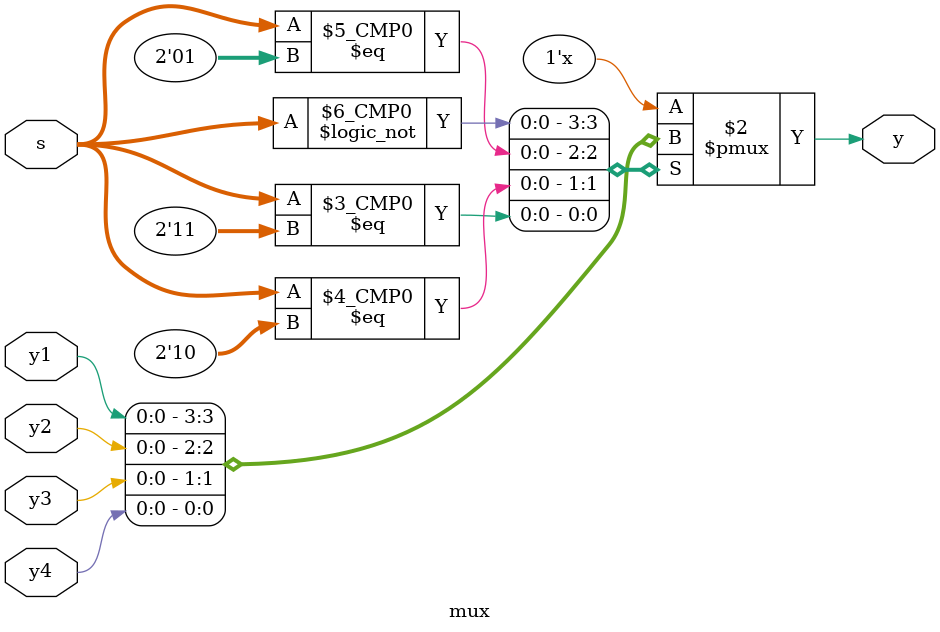
<source format=v>
`timescale 1ns / 1ps


module mux( input y1,input y2,input y3, input y4, input [1:0]s , output reg y);
always @*
  begin
    case(s)
      2'b00:y=y1;
      2'b01:y=y2;
      2'b10:y=y3;
      2'b11:y=y4;
    endcase
  end
endmodule

</source>
